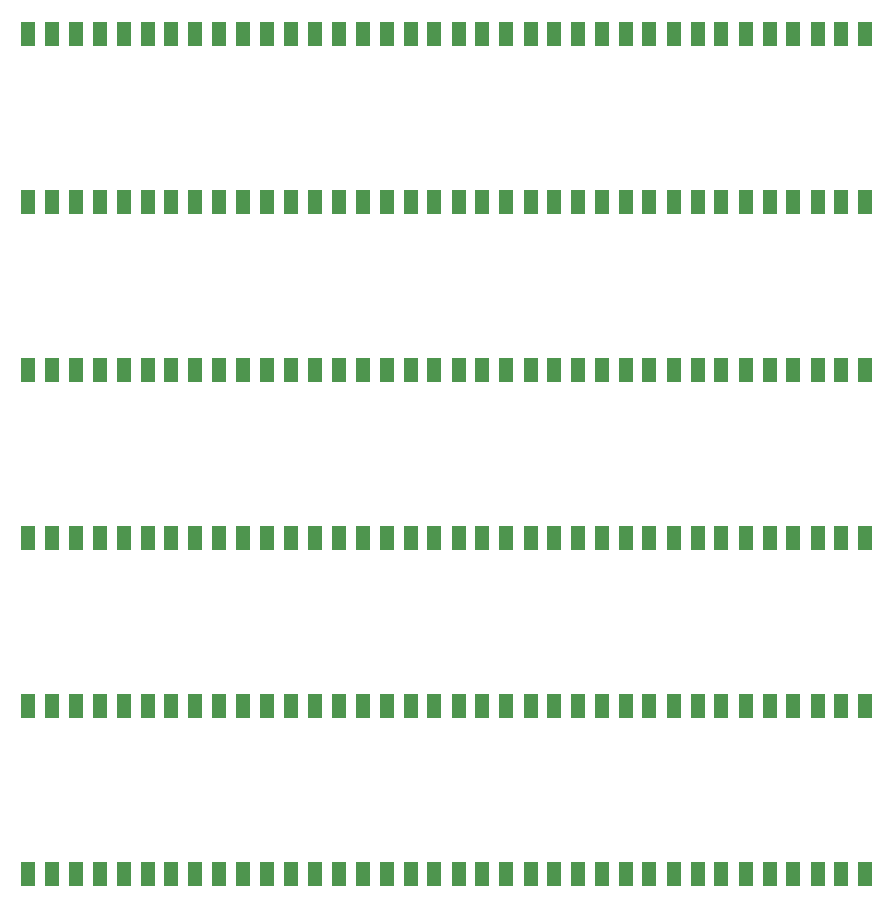
<source format=gbp>
G04 Layer_Color=128*
%FSLAX25Y25*%
%MOIN*%
G70*
G01*
G75*
%ADD12R,0.04724X0.07874*%
D12*
X19669Y50000D02*
D03*
X11795D02*
D03*
X3921D02*
D03*
X67374D02*
D03*
X59500D02*
D03*
X51626D02*
D03*
X115374D02*
D03*
X107500D02*
D03*
X99626D02*
D03*
X139248D02*
D03*
X131374D02*
D03*
X123500D02*
D03*
X43669D02*
D03*
X35795D02*
D03*
X27921D02*
D03*
X91374D02*
D03*
X83500D02*
D03*
X75626D02*
D03*
X163169D02*
D03*
X155295D02*
D03*
X147421D02*
D03*
X210874D02*
D03*
X203000D02*
D03*
X195126D02*
D03*
X258874D02*
D03*
X251000D02*
D03*
X243126D02*
D03*
X282748D02*
D03*
X274874D02*
D03*
X267000D02*
D03*
X187169D02*
D03*
X179295D02*
D03*
X171421D02*
D03*
X234874D02*
D03*
X227000D02*
D03*
X219126D02*
D03*
X19669Y106000D02*
D03*
X11795D02*
D03*
X3921D02*
D03*
X67374D02*
D03*
X59500D02*
D03*
X51626D02*
D03*
X115374D02*
D03*
X107500D02*
D03*
X99626D02*
D03*
X139248D02*
D03*
X131374D02*
D03*
X123500D02*
D03*
X43669D02*
D03*
X35795D02*
D03*
X27921D02*
D03*
X91374D02*
D03*
X83500D02*
D03*
X75626D02*
D03*
X163169D02*
D03*
X155295D02*
D03*
X147421D02*
D03*
X210874D02*
D03*
X203000D02*
D03*
X195126D02*
D03*
X258874D02*
D03*
X251000D02*
D03*
X243126D02*
D03*
X282748D02*
D03*
X274874D02*
D03*
X267000D02*
D03*
X187169D02*
D03*
X179295D02*
D03*
X171421D02*
D03*
X234874D02*
D03*
X227000D02*
D03*
X219126D02*
D03*
X19669Y162000D02*
D03*
X11795D02*
D03*
X3921D02*
D03*
X67374D02*
D03*
X59500D02*
D03*
X51626D02*
D03*
X115374D02*
D03*
X107500D02*
D03*
X99626D02*
D03*
X139248D02*
D03*
X131374D02*
D03*
X123500D02*
D03*
X43669D02*
D03*
X35795D02*
D03*
X27921D02*
D03*
X91374D02*
D03*
X83500D02*
D03*
X75626D02*
D03*
X163169D02*
D03*
X155295D02*
D03*
X147421D02*
D03*
X210874D02*
D03*
X203000D02*
D03*
X195126D02*
D03*
X258874D02*
D03*
X251000D02*
D03*
X243126D02*
D03*
X282748D02*
D03*
X274874D02*
D03*
X267000D02*
D03*
X187169D02*
D03*
X179295D02*
D03*
X171421D02*
D03*
X234874D02*
D03*
X227000D02*
D03*
X219126D02*
D03*
X19669Y218000D02*
D03*
X11795D02*
D03*
X3921D02*
D03*
X67374D02*
D03*
X59500D02*
D03*
X51626D02*
D03*
X115374D02*
D03*
X107500D02*
D03*
X99626D02*
D03*
X139248D02*
D03*
X131374D02*
D03*
X123500D02*
D03*
X43669D02*
D03*
X35795D02*
D03*
X27921D02*
D03*
X91374D02*
D03*
X83500D02*
D03*
X75626D02*
D03*
X163169D02*
D03*
X155295D02*
D03*
X147421D02*
D03*
X210874D02*
D03*
X203000D02*
D03*
X195126D02*
D03*
X258874D02*
D03*
X251000D02*
D03*
X243126D02*
D03*
X282748D02*
D03*
X274874D02*
D03*
X267000D02*
D03*
X187169D02*
D03*
X179295D02*
D03*
X171421D02*
D03*
X234874D02*
D03*
X227000D02*
D03*
X219126D02*
D03*
X19669Y274000D02*
D03*
X11795D02*
D03*
X3921D02*
D03*
X67374D02*
D03*
X59500D02*
D03*
X51626D02*
D03*
X115374D02*
D03*
X107500D02*
D03*
X99626D02*
D03*
X139248D02*
D03*
X131374D02*
D03*
X123500D02*
D03*
X43669D02*
D03*
X35795D02*
D03*
X27921D02*
D03*
X91374D02*
D03*
X83500D02*
D03*
X75626D02*
D03*
X163169D02*
D03*
X155295D02*
D03*
X147421D02*
D03*
X210874D02*
D03*
X203000D02*
D03*
X195126D02*
D03*
X258874D02*
D03*
X251000D02*
D03*
X243126D02*
D03*
X282748D02*
D03*
X274874D02*
D03*
X267000D02*
D03*
X187169D02*
D03*
X179295D02*
D03*
X171421D02*
D03*
X234874D02*
D03*
X227000D02*
D03*
X219126D02*
D03*
X19669Y330000D02*
D03*
X11795D02*
D03*
X3921D02*
D03*
X67374D02*
D03*
X59500D02*
D03*
X51626D02*
D03*
X115374D02*
D03*
X107500D02*
D03*
X99626D02*
D03*
X139248D02*
D03*
X131374D02*
D03*
X123500D02*
D03*
X43669D02*
D03*
X35795D02*
D03*
X27921D02*
D03*
X91374D02*
D03*
X83500D02*
D03*
X75626D02*
D03*
X163169D02*
D03*
X155295D02*
D03*
X147421D02*
D03*
X210874D02*
D03*
X203000D02*
D03*
X195126D02*
D03*
X258874D02*
D03*
X251000D02*
D03*
X243126D02*
D03*
X282748D02*
D03*
X274874D02*
D03*
X267000D02*
D03*
X187169D02*
D03*
X179295D02*
D03*
X171421D02*
D03*
X234874D02*
D03*
X227000D02*
D03*
X219126D02*
D03*
M02*

</source>
